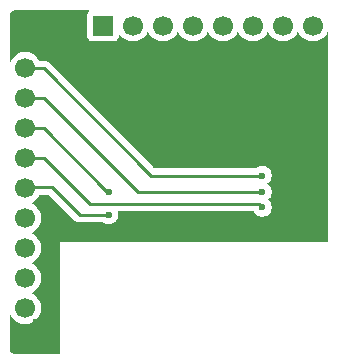
<source format=gbr>
%TF.GenerationSoftware,KiCad,Pcbnew,9.0.3*%
%TF.CreationDate,2025-09-19T00:55:14-04:00*%
%TF.ProjectId,UWB,5557422e-6b69-4636-9164-5f7063625858,rev?*%
%TF.SameCoordinates,Original*%
%TF.FileFunction,Copper,L2,Bot*%
%TF.FilePolarity,Positive*%
%FSLAX46Y46*%
G04 Gerber Fmt 4.6, Leading zero omitted, Abs format (unit mm)*
G04 Created by KiCad (PCBNEW 9.0.3) date 2025-09-19 00:55:14*
%MOMM*%
%LPD*%
G01*
G04 APERTURE LIST*
%TA.AperFunction,ComponentPad*%
%ADD10R,1.700000X1.700000*%
%TD*%
%TA.AperFunction,ComponentPad*%
%ADD11C,1.700000*%
%TD*%
%TA.AperFunction,ViaPad*%
%ADD12C,0.600000*%
%TD*%
%TA.AperFunction,Conductor*%
%ADD13C,0.250000*%
%TD*%
G04 APERTURE END LIST*
D10*
%TO.P,J1,1,Pin_1*%
%TO.N,/UWB_IO0*%
X-8890000Y4300000D03*
D11*
%TO.P,J1,2,Pin_2*%
%TO.N,/UWB_IO1*%
X-6350000Y4300000D03*
%TO.P,J1,3,Pin_3*%
%TO.N,/UWB_IO2*%
X-3810000Y4300000D03*
%TO.P,J1,4,Pin_4*%
%TO.N,/UWB_IO3*%
X-1270000Y4300000D03*
%TO.P,J1,5,Pin_5*%
%TO.N,/UWB_IO4*%
X1270000Y4300000D03*
%TO.P,J1,6,Pin_6*%
%TO.N,/UWB_IO5*%
X3810000Y4300000D03*
%TO.P,J1,7,Pin_7*%
%TO.N,/UWB_IO6*%
X6350000Y4300000D03*
%TO.P,J1,8,Pin_8*%
%TO.N,/UWB_EXTON*%
X8890000Y4300000D03*
%TD*%
D10*
%TO.P,J2,1,Pin_1*%
%TO.N,GND*%
X-15480000Y-22160000D03*
D11*
%TO.P,J2,2,Pin_2*%
%TO.N,+3.3V*%
X-15480000Y-19620000D03*
%TO.P,J2,3,Pin_3*%
%TO.N,/SPI_CLK*%
X-15480000Y-17080000D03*
%TO.P,J2,4,Pin_4*%
%TO.N,/SPI_MISO*%
X-15480000Y-14540000D03*
%TO.P,J2,5,Pin_5*%
%TO.N,/SPI_MOSI*%
X-15480000Y-12000000D03*
%TO.P,J2,6,Pin_6*%
%TO.N,/SPI_~{CS}*%
X-15480000Y-9460000D03*
%TO.P,J2,7,Pin_7*%
%TO.N,/UWB_WAKEUP*%
X-15480000Y-6920000D03*
%TO.P,J2,8,Pin_8*%
%TO.N,/UWB_IRQ*%
X-15480000Y-4380000D03*
%TO.P,J2,9,Pin_9*%
%TO.N,/UWB_~{RST}*%
X-15480000Y-1840000D03*
%TO.P,J2,10,Pin_10*%
%TO.N,/UWB_IO7*%
X-15480000Y700000D03*
%TD*%
D12*
%TO.N,GND*%
X-14600000Y-20800000D03*
X2800000Y-12600000D03*
X-2900000Y-3400000D03*
X1900000Y-3400000D03*
X1900000Y-6600000D03*
X700000Y-12600000D03*
X-2900000Y-6600000D03*
X-2800000Y-12600000D03*
X-12800000Y4400000D03*
X-15000000Y4400000D03*
%TO.N,/UWB_IO7*%
X4600000Y-8400000D03*
%TO.N,/SPI_~{CS}*%
X-8400000Y-11725000D03*
%TO.N,/UWB_~{RST}*%
X4600000Y-9800000D03*
%TO.N,/UWB_WAKEUP*%
X4600000Y-11100000D03*
%TO.N,/UWB_IRQ*%
X-8400000Y-9800000D03*
%TD*%
D13*
%TO.N,/UWB_IO7*%
X-4800000Y-8400000D02*
X-13900000Y700000D01*
X4600000Y-8400000D02*
X-4800000Y-8400000D01*
X-13900000Y700000D02*
X-15480000Y700000D01*
%TO.N,/SPI_~{CS}*%
X-10875000Y-11725000D02*
X-13200000Y-9400000D01*
X-15420000Y-9400000D02*
X-15480000Y-9460000D01*
X-13200000Y-9400000D02*
X-15420000Y-9400000D01*
X-8400000Y-11725000D02*
X-10875000Y-11725000D01*
%TO.N,/UWB_~{RST}*%
X-13860000Y-1840000D02*
X-15480000Y-1840000D01*
X4600000Y-9800000D02*
X-5900000Y-9800000D01*
X-5900000Y-9800000D02*
X-13860000Y-1840000D01*
%TO.N,/UWB_WAKEUP*%
X-13880000Y-6920000D02*
X-15480000Y-6920000D01*
X4600000Y-11100000D02*
X4300000Y-10800000D01*
X4300000Y-10800000D02*
X-10000000Y-10800000D01*
X-10000000Y-10800000D02*
X-13880000Y-6920000D01*
%TO.N,/UWB_IRQ*%
X-8500000Y-9700000D02*
X-8600000Y-9700000D01*
X-8400000Y-9800000D02*
X-8500000Y-9700000D01*
X-13920000Y-4380000D02*
X-15480000Y-4380000D01*
X-8600000Y-9700000D02*
X-13920000Y-4380000D01*
%TD*%
%TA.AperFunction,Conductor*%
%TO.N,GND*%
G36*
X-10087283Y5585148D02*
G01*
X-10072931Y5550500D01*
X-10087283Y5515852D01*
X-10092565Y5511274D01*
X-10097546Y5507546D01*
X-10183796Y5392331D01*
X-10234091Y5257483D01*
X-10234092Y5257479D01*
X-10234092Y5257478D01*
X-10240500Y5197873D01*
X-10240499Y3959917D01*
X-10240499Y3402120D01*
X-10234092Y3342521D01*
X-10234091Y3342518D01*
X-10234091Y3342517D01*
X-10183796Y3207669D01*
X-10097546Y3092454D01*
X-10038755Y3048443D01*
X-9982333Y3006205D01*
X-9982331Y3006204D01*
X-9937381Y2989439D01*
X-9847479Y2955907D01*
X-9787879Y2949500D01*
X-9787873Y2949500D01*
X-7992119Y2949500D01*
X-7992120Y2949501D01*
X-7932521Y2955907D01*
X-7797666Y3006205D01*
X-7682454Y3092454D01*
X-7596205Y3207666D01*
X-7545907Y3342520D01*
X-7539500Y3402120D01*
X-7539500Y3488791D01*
X-7525148Y3523439D01*
X-7490500Y3537791D01*
X-7455852Y3523439D01*
X-7450858Y3517593D01*
X-7380104Y3420208D01*
X-7380102Y3420206D01*
X-7380098Y3420201D01*
X-7229798Y3269901D01*
X-7229793Y3269897D01*
X-7057821Y3144952D01*
X-7057813Y3144947D01*
X-6868413Y3048443D01*
X-6666243Y2982754D01*
X-6666240Y2982753D01*
X-6504957Y2957208D01*
X-6456287Y2949500D01*
X-6456286Y2949500D01*
X-6243714Y2949500D01*
X-6243713Y2949500D01*
X-6203248Y2955909D01*
X-6033759Y2982753D01*
X-6033756Y2982754D01*
X-5831586Y3048443D01*
X-5642186Y3144947D01*
X-5642178Y3144952D01*
X-5470206Y3269897D01*
X-5319897Y3420206D01*
X-5194952Y3592178D01*
X-5194950Y3592181D01*
X-5123659Y3732099D01*
X-5095142Y3756455D01*
X-5057754Y3753512D01*
X-5036341Y3732099D01*
X-4965049Y3592181D01*
X-4965047Y3592178D01*
X-4915515Y3524003D01*
X-4840104Y3420208D01*
X-4840102Y3420206D01*
X-4840099Y3420202D01*
X-4689798Y3269901D01*
X-4689793Y3269897D01*
X-4517821Y3144952D01*
X-4517813Y3144947D01*
X-4328413Y3048443D01*
X-4126243Y2982754D01*
X-4126240Y2982753D01*
X-3964957Y2957208D01*
X-3916287Y2949500D01*
X-3916286Y2949500D01*
X-3703714Y2949500D01*
X-3703713Y2949500D01*
X-3663248Y2955909D01*
X-3493759Y2982753D01*
X-3493756Y2982754D01*
X-3291586Y3048443D01*
X-3102186Y3144947D01*
X-3102178Y3144952D01*
X-2930206Y3269897D01*
X-2779897Y3420206D01*
X-2654952Y3592178D01*
X-2654950Y3592181D01*
X-2583659Y3732099D01*
X-2555142Y3756455D01*
X-2517754Y3753512D01*
X-2496341Y3732099D01*
X-2425049Y3592181D01*
X-2425047Y3592178D01*
X-2375515Y3524003D01*
X-2300104Y3420208D01*
X-2300102Y3420206D01*
X-2300099Y3420202D01*
X-2149798Y3269901D01*
X-2149793Y3269897D01*
X-1977821Y3144952D01*
X-1977813Y3144947D01*
X-1788413Y3048443D01*
X-1586243Y2982754D01*
X-1586240Y2982753D01*
X-1424957Y2957208D01*
X-1376287Y2949500D01*
X-1376286Y2949500D01*
X-1163714Y2949500D01*
X-1163713Y2949500D01*
X-1123248Y2955909D01*
X-953759Y2982753D01*
X-953756Y2982754D01*
X-751586Y3048443D01*
X-562186Y3144947D01*
X-562178Y3144952D01*
X-390206Y3269897D01*
X-239897Y3420206D01*
X-114952Y3592178D01*
X-114950Y3592181D01*
X-43659Y3732099D01*
X-15142Y3756455D01*
X22246Y3753512D01*
X43659Y3732099D01*
X114950Y3592181D01*
X114952Y3592178D01*
X239897Y3420206D01*
X390206Y3269897D01*
X562178Y3144952D01*
X562186Y3144947D01*
X751586Y3048443D01*
X953756Y2982754D01*
X953759Y2982753D01*
X1123248Y2955909D01*
X1163713Y2949500D01*
X1163714Y2949500D01*
X1376286Y2949500D01*
X1376287Y2949500D01*
X1424957Y2957208D01*
X1586240Y2982753D01*
X1586243Y2982754D01*
X1788413Y3048443D01*
X1977813Y3144947D01*
X1977821Y3144952D01*
X2149793Y3269897D01*
X2149798Y3269901D01*
X2300099Y3420202D01*
X2300102Y3420206D01*
X2300104Y3420208D01*
X2375515Y3524003D01*
X2425047Y3592178D01*
X2425049Y3592181D01*
X2496341Y3732099D01*
X2524858Y3756455D01*
X2562246Y3753512D01*
X2583659Y3732099D01*
X2654950Y3592181D01*
X2654952Y3592178D01*
X2779897Y3420206D01*
X2930206Y3269897D01*
X3102178Y3144952D01*
X3102186Y3144947D01*
X3291586Y3048443D01*
X3493756Y2982754D01*
X3493759Y2982753D01*
X3663248Y2955909D01*
X3703713Y2949500D01*
X3703714Y2949500D01*
X3916286Y2949500D01*
X3916287Y2949500D01*
X3964957Y2957208D01*
X4126240Y2982753D01*
X4126243Y2982754D01*
X4328413Y3048443D01*
X4517813Y3144947D01*
X4517821Y3144952D01*
X4689793Y3269897D01*
X4689798Y3269901D01*
X4840099Y3420202D01*
X4840102Y3420206D01*
X4840104Y3420208D01*
X4915515Y3524003D01*
X4965047Y3592178D01*
X4965049Y3592181D01*
X5036341Y3732099D01*
X5064858Y3756455D01*
X5102246Y3753512D01*
X5123659Y3732099D01*
X5194950Y3592181D01*
X5194952Y3592178D01*
X5319897Y3420206D01*
X5470206Y3269897D01*
X5642178Y3144952D01*
X5642186Y3144947D01*
X5831586Y3048443D01*
X6033756Y2982754D01*
X6033759Y2982753D01*
X6203248Y2955909D01*
X6243713Y2949500D01*
X6243714Y2949500D01*
X6456286Y2949500D01*
X6456287Y2949500D01*
X6504957Y2957208D01*
X6666240Y2982753D01*
X6666243Y2982754D01*
X6868413Y3048443D01*
X7057813Y3144947D01*
X7057821Y3144952D01*
X7229793Y3269897D01*
X7229798Y3269901D01*
X7380099Y3420202D01*
X7380102Y3420206D01*
X7380104Y3420208D01*
X7455515Y3524003D01*
X7505047Y3592178D01*
X7505049Y3592181D01*
X7576341Y3732099D01*
X7604858Y3756455D01*
X7642246Y3753512D01*
X7663659Y3732099D01*
X7734950Y3592181D01*
X7734952Y3592178D01*
X7859897Y3420206D01*
X8010206Y3269897D01*
X8182178Y3144952D01*
X8182186Y3144947D01*
X8371586Y3048443D01*
X8573756Y2982754D01*
X8573759Y2982753D01*
X8743248Y2955909D01*
X8783713Y2949500D01*
X8783714Y2949500D01*
X8996286Y2949500D01*
X8996287Y2949500D01*
X9044957Y2957208D01*
X9206240Y2982753D01*
X9206243Y2982754D01*
X9408413Y3048443D01*
X9597813Y3144947D01*
X9597821Y3144952D01*
X9769793Y3269897D01*
X9769798Y3269901D01*
X9920099Y3420202D01*
X9920102Y3420206D01*
X9920104Y3420208D01*
X9995515Y3524003D01*
X10045047Y3592178D01*
X10045049Y3592181D01*
X10106841Y3713454D01*
X10135358Y3737810D01*
X10172746Y3734867D01*
X10197102Y3706350D01*
X10199500Y3691208D01*
X10199500Y-13951000D01*
X10185148Y-13985648D01*
X10150500Y-14000000D01*
X-12500000Y-14000000D01*
X-12500000Y-23450500D01*
X-12514352Y-23485148D01*
X-12549000Y-23499500D01*
X-16297249Y-23499500D01*
X-16302735Y-23499192D01*
X-16405664Y-23487595D01*
X-16416362Y-23485153D01*
X-16511514Y-23451857D01*
X-16521400Y-23447096D01*
X-16606759Y-23393461D01*
X-16615337Y-23386620D01*
X-16686620Y-23315337D01*
X-16693461Y-23306759D01*
X-16747096Y-23221400D01*
X-16751857Y-23211514D01*
X-16785153Y-23116362D01*
X-16787595Y-23105664D01*
X-16799192Y-23002734D01*
X-16799500Y-22997248D01*
X-16799500Y-20209165D01*
X-16785148Y-20174517D01*
X-16750500Y-20160165D01*
X-16715852Y-20174517D01*
X-16706840Y-20186920D01*
X-16635051Y-20327816D01*
X-16510104Y-20499792D01*
X-16510100Y-20499795D01*
X-16510099Y-20499798D01*
X-16359798Y-20650099D01*
X-16359795Y-20650100D01*
X-16359792Y-20650104D01*
X-16187816Y-20775051D01*
X-15998412Y-20871557D01*
X-15796243Y-20937246D01*
X-15586287Y-20970500D01*
X-15586286Y-20970500D01*
X-15373714Y-20970500D01*
X-15373713Y-20970500D01*
X-15163757Y-20937246D01*
X-14961588Y-20871557D01*
X-14772184Y-20775051D01*
X-14600208Y-20650104D01*
X-14600206Y-20650102D01*
X-14600202Y-20650099D01*
X-14449901Y-20499798D01*
X-14449897Y-20499793D01*
X-14324952Y-20327821D01*
X-14324947Y-20327813D01*
X-14228443Y-20138413D01*
X-14162754Y-19936243D01*
X-14162753Y-19936240D01*
X-14129500Y-19726286D01*
X-14129500Y-19513713D01*
X-14162753Y-19303759D01*
X-14162754Y-19303756D01*
X-14228443Y-19101586D01*
X-14324947Y-18912186D01*
X-14324952Y-18912178D01*
X-14449897Y-18740206D01*
X-14600206Y-18589897D01*
X-14772178Y-18464952D01*
X-14772181Y-18464950D01*
X-14912099Y-18393659D01*
X-14936455Y-18365142D01*
X-14933512Y-18327754D01*
X-14912099Y-18306341D01*
X-14772184Y-18235051D01*
X-14600208Y-18110104D01*
X-14600206Y-18110102D01*
X-14600202Y-18110099D01*
X-14449901Y-17959798D01*
X-14449897Y-17959793D01*
X-14324952Y-17787821D01*
X-14324947Y-17787813D01*
X-14228443Y-17598413D01*
X-14162754Y-17396243D01*
X-14162753Y-17396240D01*
X-14129500Y-17186286D01*
X-14129500Y-16973713D01*
X-14162753Y-16763759D01*
X-14162754Y-16763756D01*
X-14228443Y-16561586D01*
X-14324947Y-16372186D01*
X-14324952Y-16372178D01*
X-14449897Y-16200206D01*
X-14600206Y-16049897D01*
X-14772178Y-15924952D01*
X-14772181Y-15924950D01*
X-14912099Y-15853659D01*
X-14936455Y-15825142D01*
X-14933512Y-15787754D01*
X-14912099Y-15766341D01*
X-14772184Y-15695051D01*
X-14600208Y-15570104D01*
X-14600206Y-15570102D01*
X-14600202Y-15570099D01*
X-14449901Y-15419798D01*
X-14449897Y-15419793D01*
X-14324952Y-15247821D01*
X-14324947Y-15247813D01*
X-14228443Y-15058413D01*
X-14162754Y-14856243D01*
X-14162753Y-14856240D01*
X-14129500Y-14646286D01*
X-14129500Y-14433713D01*
X-14162753Y-14223759D01*
X-14162754Y-14223756D01*
X-14228443Y-14021586D01*
X-14324947Y-13832186D01*
X-14324952Y-13832178D01*
X-14449897Y-13660206D01*
X-14600206Y-13509897D01*
X-14772178Y-13384952D01*
X-14772181Y-13384950D01*
X-14912099Y-13313659D01*
X-14936455Y-13285142D01*
X-14933512Y-13247754D01*
X-14912099Y-13226341D01*
X-14772184Y-13155051D01*
X-14600208Y-13030104D01*
X-14600206Y-13030102D01*
X-14600202Y-13030099D01*
X-14449901Y-12879798D01*
X-14449897Y-12879793D01*
X-14324952Y-12707821D01*
X-14324947Y-12707813D01*
X-14228443Y-12518413D01*
X-14162754Y-12316243D01*
X-14162753Y-12316240D01*
X-14129500Y-12106286D01*
X-14129500Y-11893713D01*
X-14162753Y-11683759D01*
X-14162754Y-11683756D01*
X-14228443Y-11481586D01*
X-14324947Y-11292186D01*
X-14324952Y-11292178D01*
X-14449897Y-11120206D01*
X-14600206Y-10969897D01*
X-14772178Y-10844952D01*
X-14772181Y-10844950D01*
X-14912099Y-10773659D01*
X-14936455Y-10745142D01*
X-14933512Y-10707754D01*
X-14912099Y-10686341D01*
X-14772184Y-10615051D01*
X-14600208Y-10490104D01*
X-14600206Y-10490102D01*
X-14600202Y-10490099D01*
X-14449901Y-10339798D01*
X-14449897Y-10339793D01*
X-14428461Y-10310289D01*
X-14324949Y-10167816D01*
X-14266066Y-10052253D01*
X-14237550Y-10027898D01*
X-14222408Y-10025500D01*
X-13479386Y-10025500D01*
X-13444738Y-10039851D01*
X-11273733Y-12210858D01*
X-11171285Y-12279312D01*
X-11141051Y-12291835D01*
X-11057452Y-12326463D01*
X-11057447Y-12326463D01*
X-11057444Y-12326465D01*
X-11044207Y-12329097D01*
X-11037402Y-12330451D01*
X-10936606Y-12350501D01*
X-10810983Y-12350501D01*
X-10810963Y-12350500D01*
X-8919599Y-12350500D01*
X-8892376Y-12358757D01*
X-8779179Y-12434394D01*
X-8633497Y-12494737D01*
X-8478842Y-12525500D01*
X-8321158Y-12525500D01*
X-8321152Y-12525499D01*
X-8166512Y-12494739D01*
X-8166509Y-12494738D01*
X-8166503Y-12494737D01*
X-8020821Y-12434394D01*
X-7889711Y-12346789D01*
X-7778211Y-12235289D01*
X-7690606Y-12104179D01*
X-7630263Y-11958497D01*
X-7630260Y-11958487D01*
X-7599500Y-11803847D01*
X-7599500Y-11646152D01*
X-7630260Y-11491512D01*
X-7630961Y-11489204D01*
X-7629543Y-11488773D01*
X-7629534Y-11455735D01*
X-7603007Y-11429224D01*
X-7584269Y-11425500D01*
X3835631Y-11425500D01*
X3870279Y-11439852D01*
X3880901Y-11455749D01*
X3890606Y-11479179D01*
X3978211Y-11610289D01*
X4089711Y-11721789D01*
X4220821Y-11809394D01*
X4366503Y-11869737D01*
X4366509Y-11869738D01*
X4366512Y-11869739D01*
X4521152Y-11900499D01*
X4521158Y-11900500D01*
X4678842Y-11900500D01*
X4833497Y-11869737D01*
X4979179Y-11809394D01*
X5110289Y-11721789D01*
X5221789Y-11610289D01*
X5309394Y-11479179D01*
X5369737Y-11333497D01*
X5400500Y-11178842D01*
X5400500Y-11021158D01*
X5390304Y-10969901D01*
X5369739Y-10866512D01*
X5369736Y-10866501D01*
X5360810Y-10844952D01*
X5309394Y-10720821D01*
X5221789Y-10589711D01*
X5116726Y-10484648D01*
X5102374Y-10450000D01*
X5116726Y-10415352D01*
X5221789Y-10310289D01*
X5309394Y-10179179D01*
X5369737Y-10033497D01*
X5376458Y-9999711D01*
X5400499Y-9878847D01*
X5400500Y-9878842D01*
X5400500Y-9721158D01*
X5400499Y-9721152D01*
X5369739Y-9566512D01*
X5369736Y-9566501D01*
X5309395Y-9420824D01*
X5309394Y-9420821D01*
X5221789Y-9289711D01*
X5110289Y-9178211D01*
X5054211Y-9140741D01*
X5033377Y-9109560D01*
X5040693Y-9072777D01*
X5054210Y-9059259D01*
X5110289Y-9021789D01*
X5221789Y-8910289D01*
X5309394Y-8779179D01*
X5369737Y-8633497D01*
X5400500Y-8478842D01*
X5400500Y-8321158D01*
X5400499Y-8321152D01*
X5369739Y-8166512D01*
X5369736Y-8166501D01*
X5331857Y-8075052D01*
X5309394Y-8020821D01*
X5221789Y-7889711D01*
X5110289Y-7778211D01*
X5104735Y-7774500D01*
X5066978Y-7749271D01*
X4979179Y-7690606D01*
X4979176Y-7690604D01*
X4979175Y-7690604D01*
X4833498Y-7630263D01*
X4833487Y-7630260D01*
X4678847Y-7599500D01*
X4678842Y-7599500D01*
X4521158Y-7599500D01*
X4521152Y-7599500D01*
X4366512Y-7630260D01*
X4366501Y-7630263D01*
X4220824Y-7690604D01*
X4107624Y-7766242D01*
X4080401Y-7774500D01*
X-4520613Y-7774500D01*
X-4555261Y-7760148D01*
X-13412426Y1097016D01*
X-13412431Y1097022D01*
X-13501267Y1185858D01*
X-13552489Y1220083D01*
X-13552490Y1220084D01*
X-13586131Y1242563D01*
X-13603714Y1254312D01*
X-13684207Y1287652D01*
X-13717548Y1301463D01*
X-13777971Y1313481D01*
X-13838393Y1325500D01*
X-14252980Y1325500D01*
X-14287628Y1339852D01*
X-14296639Y1352255D01*
X-14324947Y1407813D01*
X-14324952Y1407821D01*
X-14449897Y1579793D01*
X-14449901Y1579798D01*
X-14600202Y1730099D01*
X-14600206Y1730102D01*
X-14600208Y1730104D01*
X-14772184Y1855051D01*
X-14961588Y1951557D01*
X-15163757Y2017246D01*
X-15373713Y2050500D01*
X-15586287Y2050500D01*
X-15796243Y2017246D01*
X-15998412Y1951557D01*
X-16187816Y1855051D01*
X-16359792Y1730104D01*
X-16359795Y1730100D01*
X-16359798Y1730099D01*
X-16510099Y1579798D01*
X-16510100Y1579795D01*
X-16510104Y1579792D01*
X-16635051Y1407816D01*
X-16703222Y1274023D01*
X-16706841Y1266920D01*
X-16735358Y1242563D01*
X-16772745Y1245506D01*
X-16797102Y1274023D01*
X-16799500Y1289165D01*
X-16799500Y5097248D01*
X-16799192Y5102734D01*
X-16787595Y5205664D01*
X-16785153Y5216362D01*
X-16751857Y5311514D01*
X-16747096Y5321400D01*
X-16693461Y5406759D01*
X-16686620Y5415337D01*
X-16615337Y5486620D01*
X-16606759Y5493461D01*
X-16521400Y5547096D01*
X-16511514Y5551857D01*
X-16416362Y5585153D01*
X-16405664Y5587595D01*
X-16302735Y5599192D01*
X-16297249Y5599500D01*
X-16234108Y5599500D01*
X-10121931Y5599500D01*
X-10087283Y5585148D01*
G37*
%TD.AperFunction*%
%TD*%
M02*

</source>
